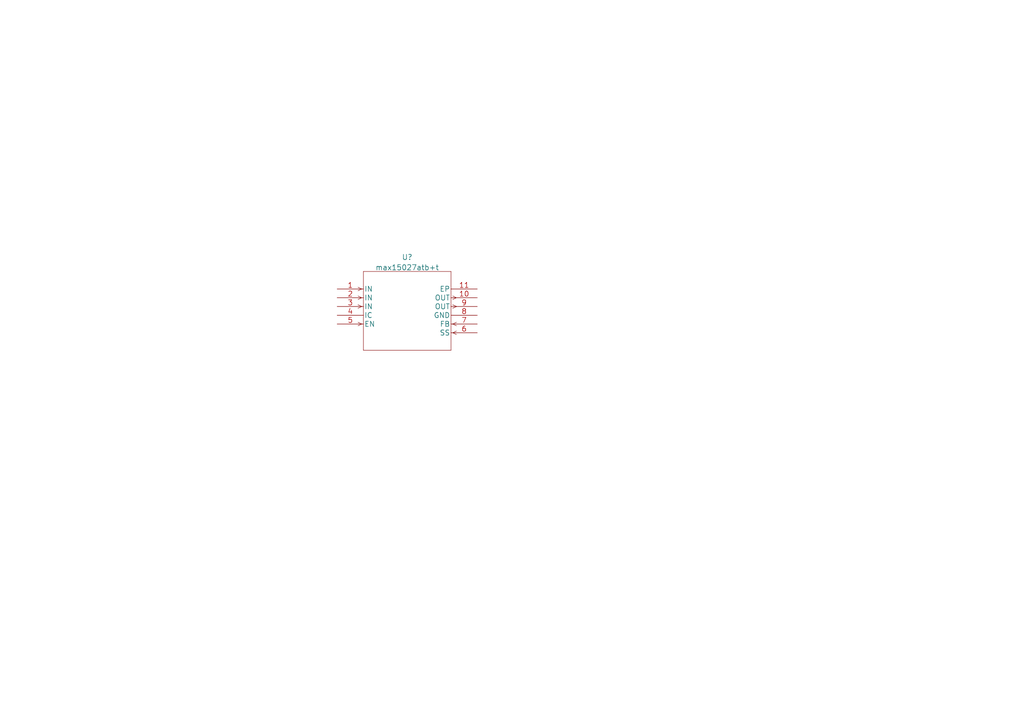
<source format=kicad_sch>
(kicad_sch (version 20211123) (generator eeschema)
  (paper "A4")
  (lib_symbols
    (symbol "MAX15027:max15027atb+t" (pin_names (offset 0.254))
      (property "Reference" "U" (at 20.32 10.16 0))
      (property "Value" "max15027atb+t" (at 20.32 7.62 0))
      (symbol "max15027atb+t_1_1"
        (polyline (pts (xy 7.112 -10.16) (xy 6.0452 -10.668)) (stroke (width 0.127)))
        (polyline (pts (xy 7.112 -10.16) (xy 6.0452 -9.652)) (stroke (width 0.127)))
        (polyline (pts (xy 7.112 -5.08) (xy 6.0452 -5.588)) (stroke (width 0.127)))
        (polyline (pts (xy 7.112 -5.08) (xy 6.0452 -4.572)) (stroke (width 0.127)))
        (polyline (pts (xy 7.112 -2.54) (xy 6.0452 -3.048)) (stroke (width 0.127)))
        (polyline (pts (xy 7.112 -2.54) (xy 6.0452 -2.032)) (stroke (width 0.127)))
        (polyline (pts (xy 7.112 0) (xy 6.0452 -0.508)) (stroke (width 0.127)))
        (polyline (pts (xy 7.112 0) (xy 6.0452 0.508)) (stroke (width 0.127)))
        (polyline (pts (xy 7.62 -17.78) (xy 33.02 -17.78)) (stroke (width 0.127)))
        (polyline (pts (xy 7.62 5.08) (xy 7.62 -17.78)) (stroke (width 0.127)))
        (polyline (pts (xy 33.02 -17.78) (xy 33.02 5.08)) (stroke (width 0.127)))
        (polyline (pts (xy 33.02 5.08) (xy 7.62 5.08)) (stroke (width 0.127)))
        (polyline (pts (xy 33.528 -12.7) (xy 34.5948 -13.208)) (stroke (width 0.127)))
        (polyline (pts (xy 33.528 -12.7) (xy 34.5948 -12.192)) (stroke (width 0.127)))
        (polyline (pts (xy 33.528 -10.16) (xy 34.5948 -10.668)) (stroke (width 0.127)))
        (polyline (pts (xy 33.528 -10.16) (xy 34.5948 -9.652)) (stroke (width 0.127)))
        (polyline (pts (xy 33.528 -5.588) (xy 34.5948 -5.08)) (stroke (width 0.127)))
        (polyline (pts (xy 33.528 -4.572) (xy 34.5948 -5.08)) (stroke (width 0.127)))
        (polyline (pts (xy 33.528 -3.048) (xy 34.5948 -2.54)) (stroke (width 0.127)))
        (polyline (pts (xy 33.528 -2.032) (xy 34.5948 -2.54)) (stroke (width 0.127)))
        (pin input line (at 0 0 0) (length 7.62) (name "IN") (number "1"))
        (pin output line (at 40.64 -2.54 180) (length 7.62) (name "OUT") (number "10"))
        (pin unspecified line (at 40.64 0 180) (length 7.62) (name "EP") (number "11"))
        (pin input line (at 0 -2.54 0) (length 7.62) (name "IN") (number "2"))
        (pin input line (at 0 -5.08 0) (length 7.62) (name "IN") (number "3"))
        (pin unspecified line (at 0 -7.62 0) (length 7.62) (name "IC") (number "4"))
        (pin input line (at 0 -10.16 0) (length 7.62) (name "EN") (number "5"))
        (pin input line (at 40.64 -12.7 180) (length 7.62) (name "SS") (number "6"))
        (pin input line (at 40.64 -10.16 180) (length 7.62) (name "FB") (number "7"))
        (pin power_in line (at 40.64 -7.62 180) (length 7.62) (name "GND") (number "8"))
        (pin output line (at 40.64 -5.08 180) (length 7.62) (name "OUT") (number "9"))
      )
    )
  )
  (symbol (lib_id "MAX15027:max15027atb+t") (at 97.79 83.82 0) (unit 1)
    (property "Reference" "U?" (at 118.11 74.5924 0) (effects (font (size 1.524 1.524))))
    (property "Value" "max15027atb+t" (at 118.11 77.5858 0) (effects (font (size 1.524 1.524))))
    (property "Footprint" "MAX15027:max15027atb&plus_t" (effects hide))
    (property "Datasheet" "https://datasheets.maximintegrated.com/en/ds/MAX15027-MAX15028.pdf" (effects hide))
    (property "MPN" "MAX15027ATB+T" (effects hide))
    (property "Supplier Link" "https://www.digikey.ca/en/products/detail/analog-devices-inc-maxim-integrated/MAX15027ATB-T/2062171" (effects hide))
  )
)
</source>
